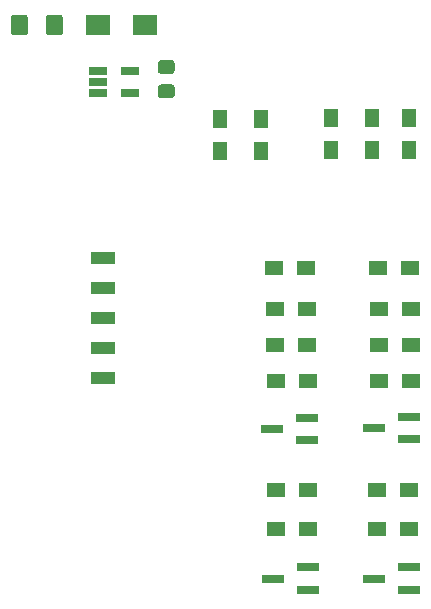
<source format=gbp>
G04 #@! TF.GenerationSoftware,KiCad,Pcbnew,(5.0.0-3-g5ebb6b6)*
G04 #@! TF.CreationDate,2018-11-03T13:26:03-04:00*
G04 #@! TF.ProjectId,vent,76656E742E6B696361645F7063620000,rev?*
G04 #@! TF.SameCoordinates,Original*
G04 #@! TF.FileFunction,Paste,Bot*
G04 #@! TF.FilePolarity,Positive*
%FSLAX46Y46*%
G04 Gerber Fmt 4.6, Leading zero omitted, Abs format (unit mm)*
G04 Created by KiCad (PCBNEW (5.0.0-3-g5ebb6b6)) date Saturday, November 03, 2018 at 01:26:03 PM*
%MOMM*%
%LPD*%
G01*
G04 APERTURE LIST*
%ADD10R,1.300000X1.500000*%
%ADD11R,2.000000X1.000000*%
%ADD12C,0.100000*%
%ADD13C,1.150000*%
%ADD14C,1.425000*%
%ADD15R,1.560000X0.650000*%
%ADD16R,1.900000X0.800000*%
%ADD17R,1.500000X1.300000*%
%ADD18R,2.000000X1.700000*%
G04 APERTURE END LIST*
D10*
G04 #@! TO.C,R8*
X152781000Y-78994000D03*
X152781000Y-76294000D03*
G04 #@! TD*
D11*
G04 #@! TO.C,J3*
X139446000Y-88011000D03*
X139446000Y-90551000D03*
X139446000Y-93091000D03*
X139446000Y-95631000D03*
X139446000Y-98171000D03*
G04 #@! TD*
D12*
G04 #@! TO.C,C1*
G36*
X145254505Y-71308204D02*
X145278773Y-71311804D01*
X145302572Y-71317765D01*
X145325671Y-71326030D01*
X145347850Y-71336520D01*
X145368893Y-71349132D01*
X145388599Y-71363747D01*
X145406777Y-71380223D01*
X145423253Y-71398401D01*
X145437868Y-71418107D01*
X145450480Y-71439150D01*
X145460970Y-71461329D01*
X145469235Y-71484428D01*
X145475196Y-71508227D01*
X145478796Y-71532495D01*
X145480000Y-71556999D01*
X145480000Y-72207001D01*
X145478796Y-72231505D01*
X145475196Y-72255773D01*
X145469235Y-72279572D01*
X145460970Y-72302671D01*
X145450480Y-72324850D01*
X145437868Y-72345893D01*
X145423253Y-72365599D01*
X145406777Y-72383777D01*
X145388599Y-72400253D01*
X145368893Y-72414868D01*
X145347850Y-72427480D01*
X145325671Y-72437970D01*
X145302572Y-72446235D01*
X145278773Y-72452196D01*
X145254505Y-72455796D01*
X145230001Y-72457000D01*
X144329999Y-72457000D01*
X144305495Y-72455796D01*
X144281227Y-72452196D01*
X144257428Y-72446235D01*
X144234329Y-72437970D01*
X144212150Y-72427480D01*
X144191107Y-72414868D01*
X144171401Y-72400253D01*
X144153223Y-72383777D01*
X144136747Y-72365599D01*
X144122132Y-72345893D01*
X144109520Y-72324850D01*
X144099030Y-72302671D01*
X144090765Y-72279572D01*
X144084804Y-72255773D01*
X144081204Y-72231505D01*
X144080000Y-72207001D01*
X144080000Y-71556999D01*
X144081204Y-71532495D01*
X144084804Y-71508227D01*
X144090765Y-71484428D01*
X144099030Y-71461329D01*
X144109520Y-71439150D01*
X144122132Y-71418107D01*
X144136747Y-71398401D01*
X144153223Y-71380223D01*
X144171401Y-71363747D01*
X144191107Y-71349132D01*
X144212150Y-71336520D01*
X144234329Y-71326030D01*
X144257428Y-71317765D01*
X144281227Y-71311804D01*
X144305495Y-71308204D01*
X144329999Y-71307000D01*
X145230001Y-71307000D01*
X145254505Y-71308204D01*
X145254505Y-71308204D01*
G37*
D13*
X144780000Y-71882000D03*
D12*
G36*
X145254505Y-73358204D02*
X145278773Y-73361804D01*
X145302572Y-73367765D01*
X145325671Y-73376030D01*
X145347850Y-73386520D01*
X145368893Y-73399132D01*
X145388599Y-73413747D01*
X145406777Y-73430223D01*
X145423253Y-73448401D01*
X145437868Y-73468107D01*
X145450480Y-73489150D01*
X145460970Y-73511329D01*
X145469235Y-73534428D01*
X145475196Y-73558227D01*
X145478796Y-73582495D01*
X145480000Y-73606999D01*
X145480000Y-74257001D01*
X145478796Y-74281505D01*
X145475196Y-74305773D01*
X145469235Y-74329572D01*
X145460970Y-74352671D01*
X145450480Y-74374850D01*
X145437868Y-74395893D01*
X145423253Y-74415599D01*
X145406777Y-74433777D01*
X145388599Y-74450253D01*
X145368893Y-74464868D01*
X145347850Y-74477480D01*
X145325671Y-74487970D01*
X145302572Y-74496235D01*
X145278773Y-74502196D01*
X145254505Y-74505796D01*
X145230001Y-74507000D01*
X144329999Y-74507000D01*
X144305495Y-74505796D01*
X144281227Y-74502196D01*
X144257428Y-74496235D01*
X144234329Y-74487970D01*
X144212150Y-74477480D01*
X144191107Y-74464868D01*
X144171401Y-74450253D01*
X144153223Y-74433777D01*
X144136747Y-74415599D01*
X144122132Y-74395893D01*
X144109520Y-74374850D01*
X144099030Y-74352671D01*
X144090765Y-74329572D01*
X144084804Y-74305773D01*
X144081204Y-74281505D01*
X144080000Y-74257001D01*
X144080000Y-73606999D01*
X144081204Y-73582495D01*
X144084804Y-73558227D01*
X144090765Y-73534428D01*
X144099030Y-73511329D01*
X144109520Y-73489150D01*
X144122132Y-73468107D01*
X144136747Y-73448401D01*
X144153223Y-73430223D01*
X144171401Y-73413747D01*
X144191107Y-73399132D01*
X144212150Y-73386520D01*
X144234329Y-73376030D01*
X144257428Y-73367765D01*
X144281227Y-73361804D01*
X144305495Y-73358204D01*
X144329999Y-73357000D01*
X145230001Y-73357000D01*
X145254505Y-73358204D01*
X145254505Y-73358204D01*
G37*
D13*
X144780000Y-73932000D03*
G04 #@! TD*
D12*
G04 #@! TO.C,F2*
G36*
X135796004Y-67452204D02*
X135820273Y-67455804D01*
X135844071Y-67461765D01*
X135867171Y-67470030D01*
X135889349Y-67480520D01*
X135910393Y-67493133D01*
X135930098Y-67507747D01*
X135948277Y-67524223D01*
X135964753Y-67542402D01*
X135979367Y-67562107D01*
X135991980Y-67583151D01*
X136002470Y-67605329D01*
X136010735Y-67628429D01*
X136016696Y-67652227D01*
X136020296Y-67676496D01*
X136021500Y-67701000D01*
X136021500Y-68951000D01*
X136020296Y-68975504D01*
X136016696Y-68999773D01*
X136010735Y-69023571D01*
X136002470Y-69046671D01*
X135991980Y-69068849D01*
X135979367Y-69089893D01*
X135964753Y-69109598D01*
X135948277Y-69127777D01*
X135930098Y-69144253D01*
X135910393Y-69158867D01*
X135889349Y-69171480D01*
X135867171Y-69181970D01*
X135844071Y-69190235D01*
X135820273Y-69196196D01*
X135796004Y-69199796D01*
X135771500Y-69201000D01*
X134846500Y-69201000D01*
X134821996Y-69199796D01*
X134797727Y-69196196D01*
X134773929Y-69190235D01*
X134750829Y-69181970D01*
X134728651Y-69171480D01*
X134707607Y-69158867D01*
X134687902Y-69144253D01*
X134669723Y-69127777D01*
X134653247Y-69109598D01*
X134638633Y-69089893D01*
X134626020Y-69068849D01*
X134615530Y-69046671D01*
X134607265Y-69023571D01*
X134601304Y-68999773D01*
X134597704Y-68975504D01*
X134596500Y-68951000D01*
X134596500Y-67701000D01*
X134597704Y-67676496D01*
X134601304Y-67652227D01*
X134607265Y-67628429D01*
X134615530Y-67605329D01*
X134626020Y-67583151D01*
X134638633Y-67562107D01*
X134653247Y-67542402D01*
X134669723Y-67524223D01*
X134687902Y-67507747D01*
X134707607Y-67493133D01*
X134728651Y-67480520D01*
X134750829Y-67470030D01*
X134773929Y-67461765D01*
X134797727Y-67455804D01*
X134821996Y-67452204D01*
X134846500Y-67451000D01*
X135771500Y-67451000D01*
X135796004Y-67452204D01*
X135796004Y-67452204D01*
G37*
D14*
X135309000Y-68326000D03*
D12*
G36*
X132821004Y-67452204D02*
X132845273Y-67455804D01*
X132869071Y-67461765D01*
X132892171Y-67470030D01*
X132914349Y-67480520D01*
X132935393Y-67493133D01*
X132955098Y-67507747D01*
X132973277Y-67524223D01*
X132989753Y-67542402D01*
X133004367Y-67562107D01*
X133016980Y-67583151D01*
X133027470Y-67605329D01*
X133035735Y-67628429D01*
X133041696Y-67652227D01*
X133045296Y-67676496D01*
X133046500Y-67701000D01*
X133046500Y-68951000D01*
X133045296Y-68975504D01*
X133041696Y-68999773D01*
X133035735Y-69023571D01*
X133027470Y-69046671D01*
X133016980Y-69068849D01*
X133004367Y-69089893D01*
X132989753Y-69109598D01*
X132973277Y-69127777D01*
X132955098Y-69144253D01*
X132935393Y-69158867D01*
X132914349Y-69171480D01*
X132892171Y-69181970D01*
X132869071Y-69190235D01*
X132845273Y-69196196D01*
X132821004Y-69199796D01*
X132796500Y-69201000D01*
X131871500Y-69201000D01*
X131846996Y-69199796D01*
X131822727Y-69196196D01*
X131798929Y-69190235D01*
X131775829Y-69181970D01*
X131753651Y-69171480D01*
X131732607Y-69158867D01*
X131712902Y-69144253D01*
X131694723Y-69127777D01*
X131678247Y-69109598D01*
X131663633Y-69089893D01*
X131651020Y-69068849D01*
X131640530Y-69046671D01*
X131632265Y-69023571D01*
X131626304Y-68999773D01*
X131622704Y-68975504D01*
X131621500Y-68951000D01*
X131621500Y-67701000D01*
X131622704Y-67676496D01*
X131626304Y-67652227D01*
X131632265Y-67628429D01*
X131640530Y-67605329D01*
X131651020Y-67583151D01*
X131663633Y-67562107D01*
X131678247Y-67542402D01*
X131694723Y-67524223D01*
X131712902Y-67507747D01*
X131732607Y-67493133D01*
X131753651Y-67480520D01*
X131775829Y-67470030D01*
X131798929Y-67461765D01*
X131822727Y-67455804D01*
X131846996Y-67452204D01*
X131871500Y-67451000D01*
X132796500Y-67451000D01*
X132821004Y-67452204D01*
X132821004Y-67452204D01*
G37*
D14*
X132334000Y-68326000D03*
G04 #@! TD*
D15*
G04 #@! TO.C,U1*
X138985000Y-74102000D03*
X138985000Y-73152000D03*
X138985000Y-72202000D03*
X141685000Y-72202000D03*
X141685000Y-74102000D03*
G04 #@! TD*
D16*
G04 #@! TO.C,Q1*
X153718000Y-102550000D03*
X156718000Y-103500000D03*
X156718000Y-101600000D03*
G04 #@! TD*
G04 #@! TO.C,Q2*
X156797000Y-114239000D03*
X156797000Y-116139000D03*
X153797000Y-115189000D03*
G04 #@! TD*
G04 #@! TO.C,Q7*
X165354000Y-101473000D03*
X165354000Y-103373000D03*
X162354000Y-102423000D03*
G04 #@! TD*
G04 #@! TO.C,Q8*
X162330000Y-115189000D03*
X165330000Y-116139000D03*
X165330000Y-114239000D03*
G04 #@! TD*
D17*
G04 #@! TO.C,R21*
X162687000Y-88900000D03*
X165387000Y-88900000D03*
G04 #@! TD*
D10*
G04 #@! TO.C,R3*
X158750000Y-78867000D03*
X158750000Y-76167000D03*
G04 #@! TD*
G04 #@! TO.C,R4*
X165354000Y-78867000D03*
X165354000Y-76167000D03*
G04 #@! TD*
G04 #@! TO.C,R9*
X149352000Y-78994000D03*
X149352000Y-76294000D03*
G04 #@! TD*
D17*
G04 #@! TO.C,R10*
X154018000Y-92329000D03*
X156718000Y-92329000D03*
G04 #@! TD*
G04 #@! TO.C,R11*
X154051000Y-98425000D03*
X156751000Y-98425000D03*
G04 #@! TD*
G04 #@! TO.C,R12*
X153924000Y-88900000D03*
X156624000Y-88900000D03*
G04 #@! TD*
G04 #@! TO.C,R13*
X154051000Y-107696000D03*
X156751000Y-107696000D03*
G04 #@! TD*
G04 #@! TO.C,R14*
X156751000Y-110998000D03*
X154051000Y-110998000D03*
G04 #@! TD*
G04 #@! TO.C,R15*
X165514000Y-95377000D03*
X162814000Y-95377000D03*
G04 #@! TD*
G04 #@! TO.C,R16*
X165481000Y-98425000D03*
X162781000Y-98425000D03*
G04 #@! TD*
G04 #@! TO.C,R17*
X162781000Y-92329000D03*
X165481000Y-92329000D03*
G04 #@! TD*
G04 #@! TO.C,R18*
X165354000Y-107696000D03*
X162654000Y-107696000D03*
G04 #@! TD*
G04 #@! TO.C,R19*
X162654000Y-110998000D03*
X165354000Y-110998000D03*
G04 #@! TD*
D10*
G04 #@! TO.C,R2*
X162179000Y-78900000D03*
X162179000Y-76200000D03*
G04 #@! TD*
D17*
G04 #@! TO.C,R20*
X156718000Y-95377000D03*
X154018000Y-95377000D03*
G04 #@! TD*
D18*
G04 #@! TO.C,R1*
X139002000Y-68326000D03*
X143002000Y-68326000D03*
G04 #@! TD*
M02*

</source>
